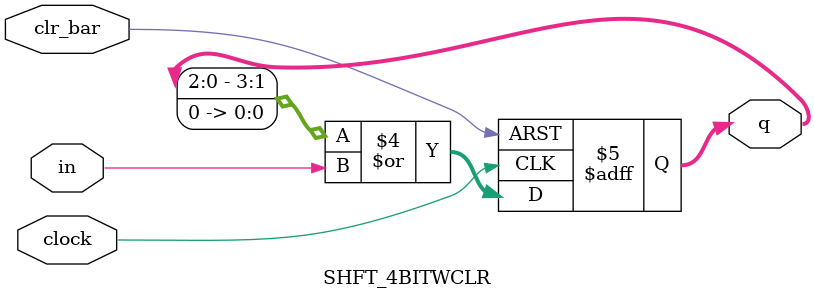
<source format=v>


module ShiftRegister (
  input CLK,
  input CLR_BAR,
  input IN, 
  output [3:0] Q,
  output OUT_A,
  output OUT_B 
);

// uncomment each shift register to test and comment out the other

// shift register made from 74HC74 flip-flops
SR_4BITWCLR_DFF SR_FF(.clock(CLK), .clr_bar(CLR_BAR), .in(IN), .q(Q));

// behavioral version using concatenation
//CAT_4BITWCLR  SR_B(.clock(CLK), .clr_bar(CLR_BAR), .in(IN), .q(Q));

// behavioral version using shift operator
//SHFT_4BITWCLR  SR_B(.clock(CLK), .clr_bar(CLR_BAR), .in(IN), .q(Q));

// monostable
assign OUT_A = ~(Q[0] & ~Q[1]); 
assign OUT_B = ~(Q[1] & ~Q[2]);

endmodule



///////////////////////////////////////////////////////////////
// 74HC74 equivalent flip-flop
module FF_74HC74 (
  input d,
  input clk,
  input s_bar,
  input r_bar,
  output reg q,
  output q_bar
);

  assign q_bar = !q;  // use combinational logic for inverted output

  always @(posedge clk or negedge s_bar or negedge r_bar)
  begin
    if (!r_bar)
      q <= 1'b0;
    else
  	  if (!s_bar)
        q <= 1'b1;
    else
      q <= d;
  end
endmodule

///////////////////////////////////////////////////////////////
// 4-bit shift register using 74HC74 flip-flops
module SR_4BITWCLR_DFF (
  input clock,
  input clr_bar,
  input in,
  output [3:0] q
);

FF_74HC74  FF_Q0 (.d(in),   .clk(clock), .s_bar(1'b1), .r_bar(clr_bar), .q(q[0]));   // not using q_bar output so don't need to connect it
FF_74HC74  FF_Q1 (.d(q[0]), .clk(clock), .s_bar(1'b1), .r_bar(clr_bar), .q(q[1]));
FF_74HC74  FF_Q2 (.d(q[1]), .clk(clock), .s_bar(1'b1), .r_bar(clr_bar), .q(q[2]));
FF_74HC74  FF_Q3 (.d(q[2]), .clk(clock), .s_bar(1'b1), .r_bar(clr_bar), .q(q[3]));

endmodule

///////////////////////////////////////////////////////////////
// Behavoral 4-bit shift register using concatenation
module CAT_4BITWCLR (
  input clock,
  input clr_bar,
  input in,
  output reg [3:0] q
);

always @(posedge clock or negedge clr_bar)
  begin
    if (!clr_bar)
      q <= 4'b0000; 
	else
      q <= {q[2:0], in};  // concatenation
  end

endmodule

///////////////////////////////////////////////////////////////
// Behavoral 4-bit shift register using shift operator
module SHFT_4BITWCLR (
  input clock,
  input clr_bar,
  input in,
  output reg [3:0] q
);

always @(posedge clock or negedge clr_bar)
  begin
    if (!clr_bar)
      q <= 4'b0000; 
	else
	  q <= (q << 1) | in;           // shift operator
	  // q <= (q << 1) | {0, 0, 0, in}; 
  end

endmodule
</source>
